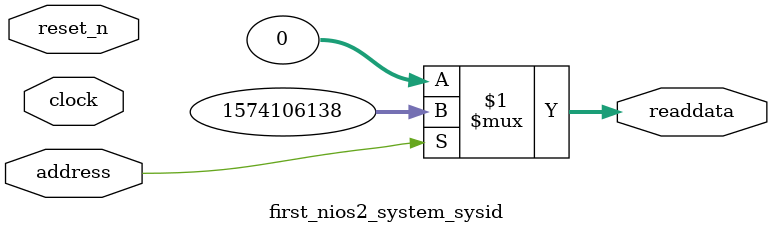
<source format=v>



// synthesis translate_off
`timescale 1ns / 1ps
// synthesis translate_on

// turn off superfluous verilog processor warnings 
// altera message_level Level1 
// altera message_off 10034 10035 10036 10037 10230 10240 10030 

module first_nios2_system_sysid (
               // inputs:
                address,
                clock,
                reset_n,

               // outputs:
                readdata
             )
;

  output  [ 31: 0] readdata;
  input            address;
  input            clock;
  input            reset_n;

  wire    [ 31: 0] readdata;
  //control_slave, which is an e_avalon_slave
  assign readdata = address ? 1574106138 : 0;

endmodule



</source>
